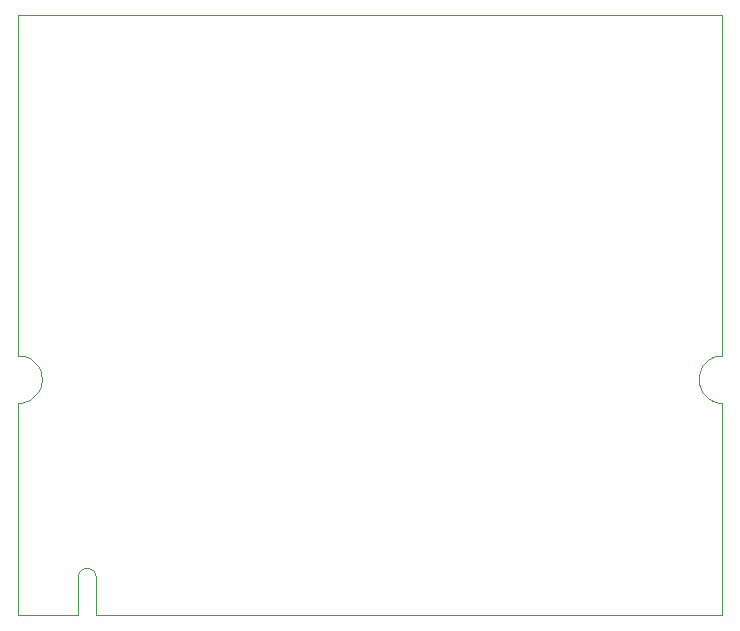
<source format=gm1>
%FSLAX24Y24*%
%MOIN*%
G70*
G01*
G75*
%ADD10C,0.0040*%
%ADD11C,0.0400*%
%ADD12C,0.0157*%
%ADD13R,0.0236X0.0906*%
%ADD14R,0.0380X0.0380*%
%ADD15R,0.0315X0.0472*%
%ADD16R,0.0650X0.0500*%
%ADD17R,0.0600X0.1000*%
%ADD18R,0.0600X0.0600*%
%ADD19R,0.0551X0.0512*%
%ADD20R,0.0472X0.0394*%
%ADD21R,0.1000X0.0600*%
%ADD22R,0.0433X0.0236*%
%ADD23R,0.0800X0.0800*%
%ADD24R,0.2480X0.0846*%
%ADD25R,0.0500X0.0600*%
%ADD26R,0.0512X0.0551*%
%ADD27R,0.0394X0.0472*%
%ADD28O,0.0846X0.0138*%
%ADD29R,0.0846X0.0138*%
%ADD30R,0.1181X0.1575*%
%ADD31C,0.0100*%
%ADD32C,0.0060*%
%ADD33C,0.0050*%
%ADD34C,0.0138*%
%ADD35C,0.0200*%
%ADD36C,0.0250*%
%ADD37C,0.0130*%
%ADD38C,0.0500*%
%ADD39C,0.0300*%
%ADD40C,0.0400*%
%ADD41C,0.0110*%
%ADD42C,0.0098*%
%ADD43C,0.0600*%
%ADD44P,0.0600X8X0*%
%ADD45C,0.0620*%
%ADD46P,0.0620X8X0*%
%ADD47C,0.0180*%
%ADD48C,0.0200*%
%ADD49C,0.0500*%
%ADD50C,0.0150*%
%ADD51C,0.0080*%
%ADD52C,0.0059*%
%ADD53C,0.0098*%
%ADD54C,0.0079*%
%ADD55R,2.0896X0.1063*%
%ADD56R,0.1102X0.2008*%
%ADD57R,0.1102X0.2008*%
%ADD58R,0.1250X0.3400*%
%ADD59C,0.0800*%
%ADD60C,0.0394*%
%ADD61R,0.0316X0.0986*%
%ADD62R,0.0460X0.0460*%
%ADD63R,0.0395X0.0552*%
%ADD64R,0.0730X0.0580*%
%ADD65R,0.0680X0.1080*%
%ADD66R,0.0680X0.0680*%
%ADD67R,0.0631X0.0592*%
%ADD68R,0.0552X0.0474*%
%ADD69R,0.1080X0.0680*%
%ADD70R,0.0513X0.0316*%
%ADD71R,0.0880X0.0880*%
%ADD72R,0.2560X0.0926*%
%ADD73R,0.0580X0.0680*%
%ADD74R,0.0592X0.0631*%
%ADD75R,0.0474X0.0552*%
%ADD76O,0.0926X0.0218*%
%ADD77R,0.0926X0.0218*%
%ADD78R,0.1261X0.1655*%
%ADD79C,0.0197*%
%ADD80C,0.0680*%
%ADD81P,0.0680X8X0*%
%ADD82C,0.0700*%
%ADD83P,0.0700X8X0*%
%ADD84C,0.0220*%
%ADD85C,0.0260*%
%ADD86C,0.0280*%
%ADD87C,0.0300*%
%ADD88R,2.0915X0.1063*%
%ADD89R,0.0984X0.2913*%
%ADD90R,0.0984X0.2913*%
%ADD91C,0.0075*%
%ADD92C,0.0045*%
%ADD93C,0.0030*%
%ADD94C,0.0090*%
%ADD95R,0.0450X0.0150*%
%ADD96R,0.0090X0.0150*%
%ADD97R,0.0129X0.0930*%
%ADD98R,0.0039X0.0108*%
%ADD99C,0.0520*%
%AMTHD100*
7,0,0,0.0920,0.0720,0.0120,45*
%
%ADD100THD100*%
%ADD101C,0.0550*%
%AMTHD102*
7,0,0,0.0950,0.0750,0.0120,45*
%
%ADD102THD102*%
%ADD103C,0.0480*%
D10*
X76484Y85984D02*
X76582Y85990D01*
X76680Y86009D01*
X76774Y86039D01*
X76863Y86081D01*
X76947Y86134D01*
X77023Y86198D01*
X77090Y86270D01*
X77149Y86350D01*
X77196Y86436D01*
X77233Y86528D01*
X77257Y86624D01*
X77270Y86722D01*
Y86821D01*
X77257Y86919D01*
X77233Y87015D01*
X77196Y87107D01*
X77149Y87193D01*
X77090Y87273D01*
X77023Y87346D01*
X76947Y87409D01*
X76863Y87462D01*
X76774Y87504D01*
X76680Y87534D01*
X76582Y87553D01*
X76484Y87559D01*
X79062Y80177D02*
X79045Y80278D01*
X78993Y80367D01*
X78915Y80433D01*
X78818Y80468D01*
X78716D01*
X78620Y80433D01*
X78541Y80367D01*
X78490Y80278D01*
X78472Y80177D01*
X99948Y87559D02*
X99850Y87553D01*
X99752Y87534D01*
X99658Y87504D01*
X99569Y87462D01*
X99485Y87409D01*
X99409Y87346D01*
X99342Y87273D01*
X99283Y87193D01*
X99236Y87107D01*
X99199Y87015D01*
X99175Y86919D01*
X99162Y86821D01*
Y86722D01*
X99175Y86624D01*
X99199Y86528D01*
X99236Y86436D01*
X99283Y86350D01*
X99342Y86270D01*
X99409Y86198D01*
X99485Y86134D01*
X99569Y86081D01*
X99658Y86039D01*
X99752Y86009D01*
X99850Y85990D01*
X99948Y85984D01*
X76484Y98897D02*
X99948D01*
X79062Y78897D02*
X99948D01*
X76484Y78897D02*
Y85984D01*
Y78897D02*
X78472D01*
X99948D02*
Y85984D01*
X78472Y78897D02*
Y80177D01*
X79062Y78897D02*
Y80177D01*
X76484Y87559D02*
X76484Y98897D01*
X99948Y87559D02*
X99948Y98897D01*
M02*

</source>
